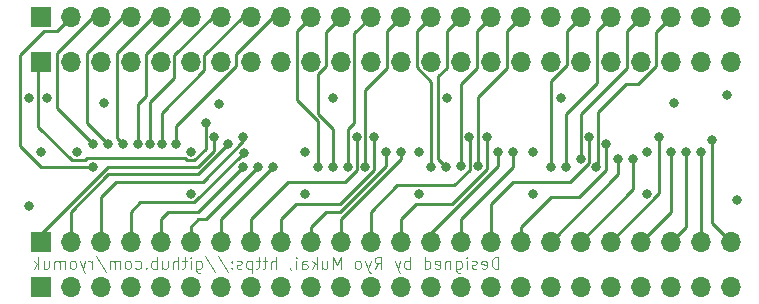
<source format=gbr>
%TF.GenerationSoftware,KiCad,Pcbnew,7.0.2*%
%TF.CreationDate,2023-07-04T13:12:25+09:00*%
%TF.ProjectId,TangNano9K5V,54616e67-4e61-46e6-9f39-4b35562e6b69,rev?*%
%TF.SameCoordinates,Original*%
%TF.FileFunction,Copper,L4,Bot*%
%TF.FilePolarity,Positive*%
%FSLAX46Y46*%
G04 Gerber Fmt 4.6, Leading zero omitted, Abs format (unit mm)*
G04 Created by KiCad (PCBNEW 7.0.2) date 2023-07-04 13:12:25*
%MOMM*%
%LPD*%
G01*
G04 APERTURE LIST*
%ADD10C,0.100000*%
%TA.AperFunction,NonConductor*%
%ADD11C,0.100000*%
%TD*%
%TA.AperFunction,ComponentPad*%
%ADD12R,1.700000X1.700000*%
%TD*%
%TA.AperFunction,ComponentPad*%
%ADD13O,1.700000X1.700000*%
%TD*%
%TA.AperFunction,ViaPad*%
%ADD14C,0.800000*%
%TD*%
%TA.AperFunction,Conductor*%
%ADD15C,0.250000*%
%TD*%
G04 APERTURE END LIST*
D10*
D11*
X41290904Y-23880619D02*
X41290904Y-22880619D01*
X41290904Y-22880619D02*
X41052809Y-22880619D01*
X41052809Y-22880619D02*
X40909952Y-22928238D01*
X40909952Y-22928238D02*
X40814714Y-23023476D01*
X40814714Y-23023476D02*
X40767095Y-23118714D01*
X40767095Y-23118714D02*
X40719476Y-23309190D01*
X40719476Y-23309190D02*
X40719476Y-23452047D01*
X40719476Y-23452047D02*
X40767095Y-23642523D01*
X40767095Y-23642523D02*
X40814714Y-23737761D01*
X40814714Y-23737761D02*
X40909952Y-23833000D01*
X40909952Y-23833000D02*
X41052809Y-23880619D01*
X41052809Y-23880619D02*
X41290904Y-23880619D01*
X39909952Y-23833000D02*
X40005190Y-23880619D01*
X40005190Y-23880619D02*
X40195666Y-23880619D01*
X40195666Y-23880619D02*
X40290904Y-23833000D01*
X40290904Y-23833000D02*
X40338523Y-23737761D01*
X40338523Y-23737761D02*
X40338523Y-23356809D01*
X40338523Y-23356809D02*
X40290904Y-23261571D01*
X40290904Y-23261571D02*
X40195666Y-23213952D01*
X40195666Y-23213952D02*
X40005190Y-23213952D01*
X40005190Y-23213952D02*
X39909952Y-23261571D01*
X39909952Y-23261571D02*
X39862333Y-23356809D01*
X39862333Y-23356809D02*
X39862333Y-23452047D01*
X39862333Y-23452047D02*
X40338523Y-23547285D01*
X39481380Y-23833000D02*
X39386142Y-23880619D01*
X39386142Y-23880619D02*
X39195666Y-23880619D01*
X39195666Y-23880619D02*
X39100428Y-23833000D01*
X39100428Y-23833000D02*
X39052809Y-23737761D01*
X39052809Y-23737761D02*
X39052809Y-23690142D01*
X39052809Y-23690142D02*
X39100428Y-23594904D01*
X39100428Y-23594904D02*
X39195666Y-23547285D01*
X39195666Y-23547285D02*
X39338523Y-23547285D01*
X39338523Y-23547285D02*
X39433761Y-23499666D01*
X39433761Y-23499666D02*
X39481380Y-23404428D01*
X39481380Y-23404428D02*
X39481380Y-23356809D01*
X39481380Y-23356809D02*
X39433761Y-23261571D01*
X39433761Y-23261571D02*
X39338523Y-23213952D01*
X39338523Y-23213952D02*
X39195666Y-23213952D01*
X39195666Y-23213952D02*
X39100428Y-23261571D01*
X38624237Y-23880619D02*
X38624237Y-23213952D01*
X38624237Y-22880619D02*
X38671856Y-22928238D01*
X38671856Y-22928238D02*
X38624237Y-22975857D01*
X38624237Y-22975857D02*
X38576618Y-22928238D01*
X38576618Y-22928238D02*
X38624237Y-22880619D01*
X38624237Y-22880619D02*
X38624237Y-22975857D01*
X37719476Y-23213952D02*
X37719476Y-24023476D01*
X37719476Y-24023476D02*
X37767095Y-24118714D01*
X37767095Y-24118714D02*
X37814714Y-24166333D01*
X37814714Y-24166333D02*
X37909952Y-24213952D01*
X37909952Y-24213952D02*
X38052809Y-24213952D01*
X38052809Y-24213952D02*
X38148047Y-24166333D01*
X37719476Y-23833000D02*
X37814714Y-23880619D01*
X37814714Y-23880619D02*
X38005190Y-23880619D01*
X38005190Y-23880619D02*
X38100428Y-23833000D01*
X38100428Y-23833000D02*
X38148047Y-23785380D01*
X38148047Y-23785380D02*
X38195666Y-23690142D01*
X38195666Y-23690142D02*
X38195666Y-23404428D01*
X38195666Y-23404428D02*
X38148047Y-23309190D01*
X38148047Y-23309190D02*
X38100428Y-23261571D01*
X38100428Y-23261571D02*
X38005190Y-23213952D01*
X38005190Y-23213952D02*
X37814714Y-23213952D01*
X37814714Y-23213952D02*
X37719476Y-23261571D01*
X37243285Y-23213952D02*
X37243285Y-23880619D01*
X37243285Y-23309190D02*
X37195666Y-23261571D01*
X37195666Y-23261571D02*
X37100428Y-23213952D01*
X37100428Y-23213952D02*
X36957571Y-23213952D01*
X36957571Y-23213952D02*
X36862333Y-23261571D01*
X36862333Y-23261571D02*
X36814714Y-23356809D01*
X36814714Y-23356809D02*
X36814714Y-23880619D01*
X35957571Y-23833000D02*
X36052809Y-23880619D01*
X36052809Y-23880619D02*
X36243285Y-23880619D01*
X36243285Y-23880619D02*
X36338523Y-23833000D01*
X36338523Y-23833000D02*
X36386142Y-23737761D01*
X36386142Y-23737761D02*
X36386142Y-23356809D01*
X36386142Y-23356809D02*
X36338523Y-23261571D01*
X36338523Y-23261571D02*
X36243285Y-23213952D01*
X36243285Y-23213952D02*
X36052809Y-23213952D01*
X36052809Y-23213952D02*
X35957571Y-23261571D01*
X35957571Y-23261571D02*
X35909952Y-23356809D01*
X35909952Y-23356809D02*
X35909952Y-23452047D01*
X35909952Y-23452047D02*
X36386142Y-23547285D01*
X35052809Y-23880619D02*
X35052809Y-22880619D01*
X35052809Y-23833000D02*
X35148047Y-23880619D01*
X35148047Y-23880619D02*
X35338523Y-23880619D01*
X35338523Y-23880619D02*
X35433761Y-23833000D01*
X35433761Y-23833000D02*
X35481380Y-23785380D01*
X35481380Y-23785380D02*
X35528999Y-23690142D01*
X35528999Y-23690142D02*
X35528999Y-23404428D01*
X35528999Y-23404428D02*
X35481380Y-23309190D01*
X35481380Y-23309190D02*
X35433761Y-23261571D01*
X35433761Y-23261571D02*
X35338523Y-23213952D01*
X35338523Y-23213952D02*
X35148047Y-23213952D01*
X35148047Y-23213952D02*
X35052809Y-23261571D01*
X33814713Y-23880619D02*
X33814713Y-22880619D01*
X33814713Y-23261571D02*
X33719475Y-23213952D01*
X33719475Y-23213952D02*
X33528999Y-23213952D01*
X33528999Y-23213952D02*
X33433761Y-23261571D01*
X33433761Y-23261571D02*
X33386142Y-23309190D01*
X33386142Y-23309190D02*
X33338523Y-23404428D01*
X33338523Y-23404428D02*
X33338523Y-23690142D01*
X33338523Y-23690142D02*
X33386142Y-23785380D01*
X33386142Y-23785380D02*
X33433761Y-23833000D01*
X33433761Y-23833000D02*
X33528999Y-23880619D01*
X33528999Y-23880619D02*
X33719475Y-23880619D01*
X33719475Y-23880619D02*
X33814713Y-23833000D01*
X33005189Y-23213952D02*
X32767094Y-23880619D01*
X32528999Y-23213952D02*
X32767094Y-23880619D01*
X32767094Y-23880619D02*
X32862332Y-24118714D01*
X32862332Y-24118714D02*
X32909951Y-24166333D01*
X32909951Y-24166333D02*
X33005189Y-24213952D01*
X30814713Y-23880619D02*
X31148046Y-23404428D01*
X31386141Y-23880619D02*
X31386141Y-22880619D01*
X31386141Y-22880619D02*
X31005189Y-22880619D01*
X31005189Y-22880619D02*
X30909951Y-22928238D01*
X30909951Y-22928238D02*
X30862332Y-22975857D01*
X30862332Y-22975857D02*
X30814713Y-23071095D01*
X30814713Y-23071095D02*
X30814713Y-23213952D01*
X30814713Y-23213952D02*
X30862332Y-23309190D01*
X30862332Y-23309190D02*
X30909951Y-23356809D01*
X30909951Y-23356809D02*
X31005189Y-23404428D01*
X31005189Y-23404428D02*
X31386141Y-23404428D01*
X30481379Y-23213952D02*
X30243284Y-23880619D01*
X30005189Y-23213952D02*
X30243284Y-23880619D01*
X30243284Y-23880619D02*
X30338522Y-24118714D01*
X30338522Y-24118714D02*
X30386141Y-24166333D01*
X30386141Y-24166333D02*
X30481379Y-24213952D01*
X29481379Y-23880619D02*
X29576617Y-23833000D01*
X29576617Y-23833000D02*
X29624236Y-23785380D01*
X29624236Y-23785380D02*
X29671855Y-23690142D01*
X29671855Y-23690142D02*
X29671855Y-23404428D01*
X29671855Y-23404428D02*
X29624236Y-23309190D01*
X29624236Y-23309190D02*
X29576617Y-23261571D01*
X29576617Y-23261571D02*
X29481379Y-23213952D01*
X29481379Y-23213952D02*
X29338522Y-23213952D01*
X29338522Y-23213952D02*
X29243284Y-23261571D01*
X29243284Y-23261571D02*
X29195665Y-23309190D01*
X29195665Y-23309190D02*
X29148046Y-23404428D01*
X29148046Y-23404428D02*
X29148046Y-23690142D01*
X29148046Y-23690142D02*
X29195665Y-23785380D01*
X29195665Y-23785380D02*
X29243284Y-23833000D01*
X29243284Y-23833000D02*
X29338522Y-23880619D01*
X29338522Y-23880619D02*
X29481379Y-23880619D01*
X27957569Y-23880619D02*
X27957569Y-22880619D01*
X27957569Y-22880619D02*
X27624236Y-23594904D01*
X27624236Y-23594904D02*
X27290903Y-22880619D01*
X27290903Y-22880619D02*
X27290903Y-23880619D01*
X26386141Y-23213952D02*
X26386141Y-23880619D01*
X26814712Y-23213952D02*
X26814712Y-23737761D01*
X26814712Y-23737761D02*
X26767093Y-23833000D01*
X26767093Y-23833000D02*
X26671855Y-23880619D01*
X26671855Y-23880619D02*
X26528998Y-23880619D01*
X26528998Y-23880619D02*
X26433760Y-23833000D01*
X26433760Y-23833000D02*
X26386141Y-23785380D01*
X25909950Y-23880619D02*
X25909950Y-22880619D01*
X25814712Y-23499666D02*
X25528998Y-23880619D01*
X25528998Y-23213952D02*
X25909950Y-23594904D01*
X24671855Y-23880619D02*
X24671855Y-23356809D01*
X24671855Y-23356809D02*
X24719474Y-23261571D01*
X24719474Y-23261571D02*
X24814712Y-23213952D01*
X24814712Y-23213952D02*
X25005188Y-23213952D01*
X25005188Y-23213952D02*
X25100426Y-23261571D01*
X24671855Y-23833000D02*
X24767093Y-23880619D01*
X24767093Y-23880619D02*
X25005188Y-23880619D01*
X25005188Y-23880619D02*
X25100426Y-23833000D01*
X25100426Y-23833000D02*
X25148045Y-23737761D01*
X25148045Y-23737761D02*
X25148045Y-23642523D01*
X25148045Y-23642523D02*
X25100426Y-23547285D01*
X25100426Y-23547285D02*
X25005188Y-23499666D01*
X25005188Y-23499666D02*
X24767093Y-23499666D01*
X24767093Y-23499666D02*
X24671855Y-23452047D01*
X24195664Y-23880619D02*
X24195664Y-23213952D01*
X24195664Y-22880619D02*
X24243283Y-22928238D01*
X24243283Y-22928238D02*
X24195664Y-22975857D01*
X24195664Y-22975857D02*
X24148045Y-22928238D01*
X24148045Y-22928238D02*
X24195664Y-22880619D01*
X24195664Y-22880619D02*
X24195664Y-22975857D01*
X23671855Y-23833000D02*
X23671855Y-23880619D01*
X23671855Y-23880619D02*
X23719474Y-23975857D01*
X23719474Y-23975857D02*
X23767093Y-24023476D01*
X22481379Y-23880619D02*
X22481379Y-22880619D01*
X22052808Y-23880619D02*
X22052808Y-23356809D01*
X22052808Y-23356809D02*
X22100427Y-23261571D01*
X22100427Y-23261571D02*
X22195665Y-23213952D01*
X22195665Y-23213952D02*
X22338522Y-23213952D01*
X22338522Y-23213952D02*
X22433760Y-23261571D01*
X22433760Y-23261571D02*
X22481379Y-23309190D01*
X21719474Y-23213952D02*
X21338522Y-23213952D01*
X21576617Y-22880619D02*
X21576617Y-23737761D01*
X21576617Y-23737761D02*
X21528998Y-23833000D01*
X21528998Y-23833000D02*
X21433760Y-23880619D01*
X21433760Y-23880619D02*
X21338522Y-23880619D01*
X21148045Y-23213952D02*
X20767093Y-23213952D01*
X21005188Y-22880619D02*
X21005188Y-23737761D01*
X21005188Y-23737761D02*
X20957569Y-23833000D01*
X20957569Y-23833000D02*
X20862331Y-23880619D01*
X20862331Y-23880619D02*
X20767093Y-23880619D01*
X20433759Y-23213952D02*
X20433759Y-24213952D01*
X20433759Y-23261571D02*
X20338521Y-23213952D01*
X20338521Y-23213952D02*
X20148045Y-23213952D01*
X20148045Y-23213952D02*
X20052807Y-23261571D01*
X20052807Y-23261571D02*
X20005188Y-23309190D01*
X20005188Y-23309190D02*
X19957569Y-23404428D01*
X19957569Y-23404428D02*
X19957569Y-23690142D01*
X19957569Y-23690142D02*
X20005188Y-23785380D01*
X20005188Y-23785380D02*
X20052807Y-23833000D01*
X20052807Y-23833000D02*
X20148045Y-23880619D01*
X20148045Y-23880619D02*
X20338521Y-23880619D01*
X20338521Y-23880619D02*
X20433759Y-23833000D01*
X19576616Y-23833000D02*
X19481378Y-23880619D01*
X19481378Y-23880619D02*
X19290902Y-23880619D01*
X19290902Y-23880619D02*
X19195664Y-23833000D01*
X19195664Y-23833000D02*
X19148045Y-23737761D01*
X19148045Y-23737761D02*
X19148045Y-23690142D01*
X19148045Y-23690142D02*
X19195664Y-23594904D01*
X19195664Y-23594904D02*
X19290902Y-23547285D01*
X19290902Y-23547285D02*
X19433759Y-23547285D01*
X19433759Y-23547285D02*
X19528997Y-23499666D01*
X19528997Y-23499666D02*
X19576616Y-23404428D01*
X19576616Y-23404428D02*
X19576616Y-23356809D01*
X19576616Y-23356809D02*
X19528997Y-23261571D01*
X19528997Y-23261571D02*
X19433759Y-23213952D01*
X19433759Y-23213952D02*
X19290902Y-23213952D01*
X19290902Y-23213952D02*
X19195664Y-23261571D01*
X18719473Y-23785380D02*
X18671854Y-23833000D01*
X18671854Y-23833000D02*
X18719473Y-23880619D01*
X18719473Y-23880619D02*
X18767092Y-23833000D01*
X18767092Y-23833000D02*
X18719473Y-23785380D01*
X18719473Y-23785380D02*
X18719473Y-23880619D01*
X18719473Y-23261571D02*
X18671854Y-23309190D01*
X18671854Y-23309190D02*
X18719473Y-23356809D01*
X18719473Y-23356809D02*
X18767092Y-23309190D01*
X18767092Y-23309190D02*
X18719473Y-23261571D01*
X18719473Y-23261571D02*
X18719473Y-23356809D01*
X17528998Y-22833000D02*
X18386140Y-24118714D01*
X16481379Y-22833000D02*
X17338521Y-24118714D01*
X15719474Y-23213952D02*
X15719474Y-24023476D01*
X15719474Y-24023476D02*
X15767093Y-24118714D01*
X15767093Y-24118714D02*
X15814712Y-24166333D01*
X15814712Y-24166333D02*
X15909950Y-24213952D01*
X15909950Y-24213952D02*
X16052807Y-24213952D01*
X16052807Y-24213952D02*
X16148045Y-24166333D01*
X15719474Y-23833000D02*
X15814712Y-23880619D01*
X15814712Y-23880619D02*
X16005188Y-23880619D01*
X16005188Y-23880619D02*
X16100426Y-23833000D01*
X16100426Y-23833000D02*
X16148045Y-23785380D01*
X16148045Y-23785380D02*
X16195664Y-23690142D01*
X16195664Y-23690142D02*
X16195664Y-23404428D01*
X16195664Y-23404428D02*
X16148045Y-23309190D01*
X16148045Y-23309190D02*
X16100426Y-23261571D01*
X16100426Y-23261571D02*
X16005188Y-23213952D01*
X16005188Y-23213952D02*
X15814712Y-23213952D01*
X15814712Y-23213952D02*
X15719474Y-23261571D01*
X15243283Y-23880619D02*
X15243283Y-23213952D01*
X15243283Y-22880619D02*
X15290902Y-22928238D01*
X15290902Y-22928238D02*
X15243283Y-22975857D01*
X15243283Y-22975857D02*
X15195664Y-22928238D01*
X15195664Y-22928238D02*
X15243283Y-22880619D01*
X15243283Y-22880619D02*
X15243283Y-22975857D01*
X14909950Y-23213952D02*
X14528998Y-23213952D01*
X14767093Y-22880619D02*
X14767093Y-23737761D01*
X14767093Y-23737761D02*
X14719474Y-23833000D01*
X14719474Y-23833000D02*
X14624236Y-23880619D01*
X14624236Y-23880619D02*
X14528998Y-23880619D01*
X14195664Y-23880619D02*
X14195664Y-22880619D01*
X13767093Y-23880619D02*
X13767093Y-23356809D01*
X13767093Y-23356809D02*
X13814712Y-23261571D01*
X13814712Y-23261571D02*
X13909950Y-23213952D01*
X13909950Y-23213952D02*
X14052807Y-23213952D01*
X14052807Y-23213952D02*
X14148045Y-23261571D01*
X14148045Y-23261571D02*
X14195664Y-23309190D01*
X12862331Y-23213952D02*
X12862331Y-23880619D01*
X13290902Y-23213952D02*
X13290902Y-23737761D01*
X13290902Y-23737761D02*
X13243283Y-23833000D01*
X13243283Y-23833000D02*
X13148045Y-23880619D01*
X13148045Y-23880619D02*
X13005188Y-23880619D01*
X13005188Y-23880619D02*
X12909950Y-23833000D01*
X12909950Y-23833000D02*
X12862331Y-23785380D01*
X12386140Y-23880619D02*
X12386140Y-22880619D01*
X12386140Y-23261571D02*
X12290902Y-23213952D01*
X12290902Y-23213952D02*
X12100426Y-23213952D01*
X12100426Y-23213952D02*
X12005188Y-23261571D01*
X12005188Y-23261571D02*
X11957569Y-23309190D01*
X11957569Y-23309190D02*
X11909950Y-23404428D01*
X11909950Y-23404428D02*
X11909950Y-23690142D01*
X11909950Y-23690142D02*
X11957569Y-23785380D01*
X11957569Y-23785380D02*
X12005188Y-23833000D01*
X12005188Y-23833000D02*
X12100426Y-23880619D01*
X12100426Y-23880619D02*
X12290902Y-23880619D01*
X12290902Y-23880619D02*
X12386140Y-23833000D01*
X11481378Y-23785380D02*
X11433759Y-23833000D01*
X11433759Y-23833000D02*
X11481378Y-23880619D01*
X11481378Y-23880619D02*
X11528997Y-23833000D01*
X11528997Y-23833000D02*
X11481378Y-23785380D01*
X11481378Y-23785380D02*
X11481378Y-23880619D01*
X10576617Y-23833000D02*
X10671855Y-23880619D01*
X10671855Y-23880619D02*
X10862331Y-23880619D01*
X10862331Y-23880619D02*
X10957569Y-23833000D01*
X10957569Y-23833000D02*
X11005188Y-23785380D01*
X11005188Y-23785380D02*
X11052807Y-23690142D01*
X11052807Y-23690142D02*
X11052807Y-23404428D01*
X11052807Y-23404428D02*
X11005188Y-23309190D01*
X11005188Y-23309190D02*
X10957569Y-23261571D01*
X10957569Y-23261571D02*
X10862331Y-23213952D01*
X10862331Y-23213952D02*
X10671855Y-23213952D01*
X10671855Y-23213952D02*
X10576617Y-23261571D01*
X10005188Y-23880619D02*
X10100426Y-23833000D01*
X10100426Y-23833000D02*
X10148045Y-23785380D01*
X10148045Y-23785380D02*
X10195664Y-23690142D01*
X10195664Y-23690142D02*
X10195664Y-23404428D01*
X10195664Y-23404428D02*
X10148045Y-23309190D01*
X10148045Y-23309190D02*
X10100426Y-23261571D01*
X10100426Y-23261571D02*
X10005188Y-23213952D01*
X10005188Y-23213952D02*
X9862331Y-23213952D01*
X9862331Y-23213952D02*
X9767093Y-23261571D01*
X9767093Y-23261571D02*
X9719474Y-23309190D01*
X9719474Y-23309190D02*
X9671855Y-23404428D01*
X9671855Y-23404428D02*
X9671855Y-23690142D01*
X9671855Y-23690142D02*
X9719474Y-23785380D01*
X9719474Y-23785380D02*
X9767093Y-23833000D01*
X9767093Y-23833000D02*
X9862331Y-23880619D01*
X9862331Y-23880619D02*
X10005188Y-23880619D01*
X9243283Y-23880619D02*
X9243283Y-23213952D01*
X9243283Y-23309190D02*
X9195664Y-23261571D01*
X9195664Y-23261571D02*
X9100426Y-23213952D01*
X9100426Y-23213952D02*
X8957569Y-23213952D01*
X8957569Y-23213952D02*
X8862331Y-23261571D01*
X8862331Y-23261571D02*
X8814712Y-23356809D01*
X8814712Y-23356809D02*
X8814712Y-23880619D01*
X8814712Y-23356809D02*
X8767093Y-23261571D01*
X8767093Y-23261571D02*
X8671855Y-23213952D01*
X8671855Y-23213952D02*
X8528998Y-23213952D01*
X8528998Y-23213952D02*
X8433759Y-23261571D01*
X8433759Y-23261571D02*
X8386140Y-23356809D01*
X8386140Y-23356809D02*
X8386140Y-23880619D01*
X7195665Y-22833000D02*
X8052807Y-24118714D01*
X6862331Y-23880619D02*
X6862331Y-23213952D01*
X6862331Y-23404428D02*
X6814712Y-23309190D01*
X6814712Y-23309190D02*
X6767093Y-23261571D01*
X6767093Y-23261571D02*
X6671855Y-23213952D01*
X6671855Y-23213952D02*
X6576617Y-23213952D01*
X6338521Y-23213952D02*
X6100426Y-23880619D01*
X5862331Y-23213952D02*
X6100426Y-23880619D01*
X6100426Y-23880619D02*
X6195664Y-24118714D01*
X6195664Y-24118714D02*
X6243283Y-24166333D01*
X6243283Y-24166333D02*
X6338521Y-24213952D01*
X5338521Y-23880619D02*
X5433759Y-23833000D01*
X5433759Y-23833000D02*
X5481378Y-23785380D01*
X5481378Y-23785380D02*
X5528997Y-23690142D01*
X5528997Y-23690142D02*
X5528997Y-23404428D01*
X5528997Y-23404428D02*
X5481378Y-23309190D01*
X5481378Y-23309190D02*
X5433759Y-23261571D01*
X5433759Y-23261571D02*
X5338521Y-23213952D01*
X5338521Y-23213952D02*
X5195664Y-23213952D01*
X5195664Y-23213952D02*
X5100426Y-23261571D01*
X5100426Y-23261571D02*
X5052807Y-23309190D01*
X5052807Y-23309190D02*
X5005188Y-23404428D01*
X5005188Y-23404428D02*
X5005188Y-23690142D01*
X5005188Y-23690142D02*
X5052807Y-23785380D01*
X5052807Y-23785380D02*
X5100426Y-23833000D01*
X5100426Y-23833000D02*
X5195664Y-23880619D01*
X5195664Y-23880619D02*
X5338521Y-23880619D01*
X4576616Y-23880619D02*
X4576616Y-23213952D01*
X4576616Y-23309190D02*
X4528997Y-23261571D01*
X4528997Y-23261571D02*
X4433759Y-23213952D01*
X4433759Y-23213952D02*
X4290902Y-23213952D01*
X4290902Y-23213952D02*
X4195664Y-23261571D01*
X4195664Y-23261571D02*
X4148045Y-23356809D01*
X4148045Y-23356809D02*
X4148045Y-23880619D01*
X4148045Y-23356809D02*
X4100426Y-23261571D01*
X4100426Y-23261571D02*
X4005188Y-23213952D01*
X4005188Y-23213952D02*
X3862331Y-23213952D01*
X3862331Y-23213952D02*
X3767092Y-23261571D01*
X3767092Y-23261571D02*
X3719473Y-23356809D01*
X3719473Y-23356809D02*
X3719473Y-23880619D01*
X2814712Y-23213952D02*
X2814712Y-23880619D01*
X3243283Y-23213952D02*
X3243283Y-23737761D01*
X3243283Y-23737761D02*
X3195664Y-23833000D01*
X3195664Y-23833000D02*
X3100426Y-23880619D01*
X3100426Y-23880619D02*
X2957569Y-23880619D01*
X2957569Y-23880619D02*
X2862331Y-23833000D01*
X2862331Y-23833000D02*
X2814712Y-23785380D01*
X2338521Y-23880619D02*
X2338521Y-22880619D01*
X2243283Y-23499666D02*
X1957569Y-23880619D01*
X1957569Y-23213952D02*
X2338521Y-23594904D01*
D12*
%TO.P,J2,1,Pin_1*%
%TO.N,PIN63*%
X2540000Y-2540000D03*
D13*
%TO.P,J2,2,Pin_2*%
%TO.N,PIN86*%
X5080000Y-2540000D03*
%TO.P,J2,3,Pin_3*%
%TO.N,PIN85*%
X7620000Y-2540000D03*
%TO.P,J2,4,Pin_4*%
%TO.N,PIN84*%
X10160000Y-2540000D03*
%TO.P,J2,5,Pin_5*%
%TO.N,PIN83*%
X12700000Y-2540000D03*
%TO.P,J2,6,Pin_6*%
%TO.N,PIN82*%
X15240000Y-2540000D03*
%TO.P,J2,7,Pin_7*%
%TO.N,PIN81*%
X17780000Y-2540000D03*
%TO.P,J2,8,Pin_8*%
%TO.N,PIN80*%
X20320000Y-2540000D03*
%TO.P,J2,9,Pin_9*%
%TO.N,PIN79*%
X22860000Y-2540000D03*
%TO.P,J2,10,Pin_10*%
%TO.N,PIN77*%
X25400000Y-2540000D03*
%TO.P,J2,11,Pin_11*%
%TO.N,PIN76*%
X27940000Y-2540000D03*
%TO.P,J2,12,Pin_12*%
%TO.N,PIN75*%
X30480000Y-2540000D03*
%TO.P,J2,13,Pin_13*%
%TO.N,PIN74*%
X33020000Y-2540000D03*
%TO.P,J2,14,Pin_14*%
%TO.N,PIN73*%
X35560000Y-2540000D03*
%TO.P,J2,15,Pin_15*%
%TO.N,PIN72*%
X38100000Y-2540000D03*
%TO.P,J2,16,Pin_16*%
%TO.N,PIN71*%
X40640000Y-2540000D03*
%TO.P,J2,17,Pin_17*%
%TO.N,PIN70*%
X43180000Y-2540000D03*
%TO.P,J2,18,Pin_18*%
%TO.N,+5V*%
X45720000Y-2540000D03*
%TO.P,J2,19,Pin_19*%
%TO.N,PIN48*%
X48260000Y-2540000D03*
%TO.P,J2,20,Pin_20*%
%TO.N,PIN49*%
X50800000Y-2540000D03*
%TO.P,J2,21,Pin_21*%
%TO.N,PIN31*%
X53340000Y-2540000D03*
%TO.P,J2,22,Pin_22*%
%TO.N,PIN32*%
X55880000Y-2540000D03*
%TO.P,J2,23,Pin_23*%
%TO.N,GND*%
X58420000Y-2540000D03*
%TO.P,J2,24,Pin_24*%
%TO.N,+3.3V*%
X60960000Y-2540000D03*
%TD*%
D12*
%TO.P,J1,1,Pin_1*%
%TO.N,PIN38*%
X2540000Y-25400000D03*
D13*
%TO.P,J1,2,Pin_2*%
%TO.N,PIN37*%
X5080000Y-25400000D03*
%TO.P,J1,3,Pin_3*%
%TO.N,PIN36*%
X7620000Y-25400000D03*
%TO.P,J1,4,Pin_4*%
%TO.N,PIN39*%
X10160000Y-25400000D03*
%TO.P,J1,5,Pin_5*%
%TO.N,PIN25*%
X12700000Y-25400000D03*
%TO.P,J1,6,Pin_6*%
%TO.N,PIN26*%
X15240000Y-25400000D03*
%TO.P,J1,7,Pin_7*%
%TO.N,PIN27*%
X17780000Y-25400000D03*
%TO.P,J1,8,Pin_8*%
%TO.N,PIN28*%
X20320000Y-25400000D03*
%TO.P,J1,9,Pin_9*%
%TO.N,PIN29*%
X22860000Y-25400000D03*
%TO.P,J1,10,Pin_10*%
%TO.N,PIN30*%
X25400000Y-25400000D03*
%TO.P,J1,11,Pin_11*%
%TO.N,PIN33*%
X27940000Y-25400000D03*
%TO.P,J1,12,Pin_12*%
%TO.N,PIN34*%
X30480000Y-25400000D03*
%TO.P,J1,13,Pin_13*%
%TO.N,PIN40*%
X33020000Y-25400000D03*
%TO.P,J1,14,Pin_14*%
%TO.N,PIN35*%
X35560000Y-25400000D03*
%TO.P,J1,15,Pin_15*%
%TO.N,PIN41*%
X38100000Y-25400000D03*
%TO.P,J1,16,Pin_16*%
%TO.N,PIN42*%
X40640000Y-25400000D03*
%TO.P,J1,17,Pin_17*%
%TO.N,PIN51*%
X43180000Y-25400000D03*
%TO.P,J1,18,Pin_18*%
%TO.N,PIN53*%
X45720000Y-25400000D03*
%TO.P,J1,19,Pin_19*%
%TO.N,PIN54*%
X48260000Y-25400000D03*
%TO.P,J1,20,Pin_20*%
%TO.N,PIN55*%
X50800000Y-25400000D03*
%TO.P,J1,21,Pin_21*%
%TO.N,PIN56*%
X53340000Y-25400000D03*
%TO.P,J1,22,Pin_22*%
%TO.N,PIN57*%
X55880000Y-25400000D03*
%TO.P,J1,23,Pin_23*%
%TO.N,PIN68*%
X58420000Y-25400000D03*
%TO.P,J1,24,Pin_24*%
%TO.N,PIN69*%
X60960000Y-25400000D03*
%TD*%
D12*
%TO.P,J4,1,Pin_1*%
%TO.N,PIN63_H*%
X2540000Y-6350000D03*
D13*
%TO.P,J4,2,Pin_2*%
%TO.N,PIN86_H*%
X5080000Y-6350000D03*
%TO.P,J4,3,Pin_3*%
%TO.N,PIN85_H*%
X7620000Y-6350000D03*
%TO.P,J4,4,Pin_4*%
%TO.N,PIN84_H*%
X10160000Y-6350000D03*
%TO.P,J4,5,Pin_5*%
%TO.N,PIN83_H*%
X12700000Y-6350000D03*
%TO.P,J4,6,Pin_6*%
%TO.N,PIN82_H*%
X15240000Y-6350000D03*
%TO.P,J4,7,Pin_7*%
%TO.N,PIN81_H*%
X17780000Y-6350000D03*
%TO.P,J4,8,Pin_8*%
%TO.N,PIN80_H*%
X20320000Y-6350000D03*
%TO.P,J4,9,Pin_9*%
%TO.N,PIN79_H*%
X22860000Y-6350000D03*
%TO.P,J4,10,Pin_10*%
%TO.N,PIN77_H*%
X25400000Y-6350000D03*
%TO.P,J4,11,Pin_11*%
%TO.N,PIN76_H*%
X27940000Y-6350000D03*
%TO.P,J4,12,Pin_12*%
%TO.N,PIN75_H*%
X30480000Y-6350000D03*
%TO.P,J4,13,Pin_13*%
%TO.N,PIN74_H*%
X33020000Y-6350000D03*
%TO.P,J4,14,Pin_14*%
%TO.N,PIN73_H*%
X35560000Y-6350000D03*
%TO.P,J4,15,Pin_15*%
%TO.N,PIN72_H*%
X38100000Y-6350000D03*
%TO.P,J4,16,Pin_16*%
%TO.N,PIN71_H*%
X40640000Y-6350000D03*
%TO.P,J4,17,Pin_17*%
%TO.N,PIN70_H*%
X43180000Y-6350000D03*
%TO.P,J4,18,Pin_18*%
%TO.N,+5V*%
X45720000Y-6350000D03*
%TO.P,J4,19,Pin_19*%
%TO.N,PIN48_H*%
X48260000Y-6350000D03*
%TO.P,J4,20,Pin_20*%
%TO.N,PIN49_H*%
X50800000Y-6350000D03*
%TO.P,J4,21,Pin_21*%
%TO.N,PIN31_H*%
X53340000Y-6350000D03*
%TO.P,J4,22,Pin_22*%
%TO.N,PIN32_H*%
X55880000Y-6350000D03*
%TO.P,J4,23,Pin_23*%
%TO.N,GND*%
X58420000Y-6350000D03*
%TO.P,J4,24,Pin_24*%
%TO.N,+3.3V*%
X60960000Y-6350000D03*
%TD*%
D12*
%TO.P,J3,1,Pin_1*%
%TO.N,PIN38_H*%
X2540000Y-21590000D03*
D13*
%TO.P,J3,2,Pin_2*%
%TO.N,PIN37_H*%
X5080000Y-21590000D03*
%TO.P,J3,3,Pin_3*%
%TO.N,PIN36_H*%
X7620000Y-21590000D03*
%TO.P,J3,4,Pin_4*%
%TO.N,PIN39_H*%
X10160000Y-21590000D03*
%TO.P,J3,5,Pin_5*%
%TO.N,PIN25_H*%
X12700000Y-21590000D03*
%TO.P,J3,6,Pin_6*%
%TO.N,PIN26_H*%
X15240000Y-21590000D03*
%TO.P,J3,7,Pin_7*%
%TO.N,PIN27_H*%
X17780000Y-21590000D03*
%TO.P,J3,8,Pin_8*%
%TO.N,PIN28_H*%
X20320000Y-21590000D03*
%TO.P,J3,9,Pin_9*%
%TO.N,PIN29_H*%
X22860000Y-21590000D03*
%TO.P,J3,10,Pin_10*%
%TO.N,PIN30_H*%
X25400000Y-21590000D03*
%TO.P,J3,11,Pin_11*%
%TO.N,PIN33_H*%
X27940000Y-21590000D03*
%TO.P,J3,12,Pin_12*%
%TO.N,PIN34_H*%
X30480000Y-21590000D03*
%TO.P,J3,13,Pin_13*%
%TO.N,PIN40_H*%
X33020000Y-21590000D03*
%TO.P,J3,14,Pin_14*%
%TO.N,PIN35_H*%
X35560000Y-21590000D03*
%TO.P,J3,15,Pin_15*%
%TO.N,PIN41_H*%
X38100000Y-21590000D03*
%TO.P,J3,16,Pin_16*%
%TO.N,PIN42_H*%
X40640000Y-21590000D03*
%TO.P,J3,17,Pin_17*%
%TO.N,PIN51_H*%
X43180000Y-21590000D03*
%TO.P,J3,18,Pin_18*%
%TO.N,PIN53_H*%
X45720000Y-21590000D03*
%TO.P,J3,19,Pin_19*%
%TO.N,PIN54_H*%
X48260000Y-21590000D03*
%TO.P,J3,20,Pin_20*%
%TO.N,PIN55_H*%
X50800000Y-21590000D03*
%TO.P,J3,21,Pin_21*%
%TO.N,PIN56_H*%
X53340000Y-21590000D03*
%TO.P,J3,22,Pin_22*%
%TO.N,PIN57_H*%
X55880000Y-21590000D03*
%TO.P,J3,23,Pin_23*%
%TO.N,PIN68_H*%
X58420000Y-21590000D03*
%TO.P,J3,24,Pin_24*%
%TO.N,PIN69_H*%
X60960000Y-21590000D03*
%TD*%
D14*
%TO.N,GND*%
X60630500Y-9144000D03*
%TO.N,+3.3V*%
X61468000Y-18034000D03*
%TO.N,PIN69_H*%
X59360500Y-12954000D03*
%TO.N,PIN68_H*%
X58420000Y-13970000D03*
%TO.N,PIN57_H*%
X57150000Y-13970000D03*
%TO.N,PIN56_H*%
X55880000Y-13970000D03*
%TO.N,PIN55_H*%
X54922500Y-12700000D03*
%TO.N,PIN54_H*%
X52705000Y-14605000D03*
%TO.N,PIN53_H*%
X51435000Y-14605000D03*
%TO.N,PIN51_H*%
X50434000Y-13335000D03*
%TO.N,PIN32*%
X49602283Y-15284283D03*
%TO.N,PIN42_H*%
X48984500Y-12700000D03*
%TO.N,PIN31*%
X48260000Y-14605000D03*
%TO.N,PIN49*%
X46990000Y-15240000D03*
%TO.N,PIN48*%
X45720000Y-15240000D03*
%TO.N,PIN41_H*%
X42545000Y-13970000D03*
%TO.N,PIN35_H*%
X41275000Y-13970000D03*
%TO.N,PIN40_H*%
X40315883Y-12700000D03*
%TO.N,PIN70*%
X39591383Y-15167364D03*
%TO.N,PIN34_H*%
X38824500Y-12700000D03*
%TO.N,PIN71*%
X38141883Y-15204070D03*
%TO.N,PIN72*%
X36830000Y-15240000D03*
%TO.N,PIN73*%
X35618500Y-15240000D03*
%TO.N,PIN33_H*%
X33020000Y-13970000D03*
%TO.N,PIN30_H*%
X31750000Y-13970000D03*
%TO.N,PIN29_H*%
X30748500Y-12700000D03*
%TO.N,PIN74*%
X30024000Y-15240000D03*
%TO.N,PIN28_H*%
X29299500Y-12700000D03*
%TO.N,PIN75*%
X28575000Y-15240000D03*
%TO.N,PIN76*%
X27305000Y-15240000D03*
%TO.N,PIN77*%
X26035000Y-15240000D03*
%TO.N,PIN27_H*%
X22225000Y-15240000D03*
%TO.N,PIN26_H*%
X20955000Y-15240000D03*
%TO.N,PIN25_H*%
X19685000Y-15240000D03*
%TO.N,PIN79*%
X13970000Y-13335000D03*
%TO.N,PIN80*%
X12794006Y-13335000D03*
%TO.N,PIN81*%
X11794503Y-13335000D03*
%TO.N,PIN82*%
X10795000Y-13335000D03*
%TO.N,PIN83*%
X9525000Y-13335000D03*
%TO.N,PIN84*%
X8255000Y-13335000D03*
%TO.N,PIN39_H*%
X19757451Y-14042452D03*
%TO.N,PIN36_H*%
X19685000Y-12700000D03*
%TO.N,PIN37_H*%
X18415000Y-13335000D03*
%TO.N,PIN38_H*%
X17234500Y-12700000D03*
%TO.N,PIN85*%
X6985000Y-13335000D03*
%TO.N,PIN63_H*%
X16510000Y-11517137D03*
%TO.N,PIN86*%
X6985000Y-15240000D03*
%TO.N,+3.3V*%
X3048000Y-9398000D03*
X2540000Y-13970000D03*
X15240000Y-17526000D03*
X24892000Y-17526000D03*
X34544000Y-17526000D03*
X44196000Y-17526000D03*
X53848000Y-17526000D03*
%TO.N,GND*%
X53848000Y-13970000D03*
X44196000Y-13970000D03*
X34544000Y-13970000D03*
X24892000Y-13970000D03*
X15240000Y-13970000D03*
X5588000Y-13970000D03*
%TO.N,+5V*%
X56185655Y-9851362D03*
X46594002Y-9398000D03*
X36942002Y-9398000D03*
X27290002Y-9398000D03*
X17638003Y-9917638D03*
X7925655Y-9851362D03*
%TO.N,GND*%
X1524000Y-9398000D03*
X1524000Y-18542000D03*
%TD*%
D15*
%TO.N,PIN69_H*%
X59360500Y-19990500D02*
X60960000Y-21590000D01*
X59360500Y-12954000D02*
X59360500Y-19990500D01*
%TO.N,PIN68_H*%
X58420000Y-13970000D02*
X58420000Y-21590000D01*
%TO.N,PIN57_H*%
X57150000Y-20320000D02*
X55880000Y-21590000D01*
X57150000Y-13970000D02*
X57150000Y-20320000D01*
%TO.N,PIN56_H*%
X55880000Y-19050000D02*
X53340000Y-21590000D01*
X55880000Y-13970000D02*
X55880000Y-19050000D01*
%TO.N,PIN55_H*%
X54922500Y-17476805D02*
X54922500Y-12700000D01*
X50809305Y-21590000D02*
X54922500Y-17476805D01*
X50800000Y-21590000D02*
X50809305Y-21590000D01*
%TO.N,PIN54_H*%
X52705000Y-17145000D02*
X48260000Y-21590000D01*
X52705000Y-14605000D02*
X52705000Y-17145000D01*
%TO.N,PIN53_H*%
X51435000Y-15875000D02*
X45720000Y-21590000D01*
X51435000Y-14605000D02*
X51435000Y-15875000D01*
%TO.N,PIN51_H*%
X43180000Y-20320000D02*
X43180000Y-21590000D01*
X45720000Y-17780000D02*
X43180000Y-20320000D01*
X48131871Y-17780000D02*
X45720000Y-17780000D01*
X50434000Y-15477871D02*
X48131871Y-17780000D01*
X50434000Y-13335000D02*
X50434000Y-15477871D01*
%TO.N,PIN32*%
X54610000Y-6741701D02*
X54610000Y-3810000D01*
X53096701Y-8255000D02*
X54610000Y-6741701D01*
X52070000Y-8255000D02*
X53096701Y-8255000D01*
X49709500Y-10615500D02*
X52070000Y-8255000D01*
X49709500Y-15177066D02*
X49709500Y-10615500D01*
X49602283Y-15284283D02*
X49709500Y-15177066D01*
X54610000Y-3810000D02*
X55880000Y-2540000D01*
%TO.N,PIN42_H*%
X48984500Y-14905805D02*
X47380305Y-16510000D01*
X48984500Y-12700000D02*
X48984500Y-14905805D01*
X42545000Y-16510000D02*
X40640000Y-18415000D01*
X40640000Y-18415000D02*
X40640000Y-21590000D01*
X47380305Y-16510000D02*
X42545000Y-16510000D01*
%TO.N,PIN31*%
X52165000Y-3715000D02*
X53340000Y-2540000D01*
X48260000Y-10795000D02*
X52165000Y-6890000D01*
X48260000Y-14605000D02*
X48260000Y-10795000D01*
X52165000Y-6890000D02*
X52165000Y-3715000D01*
%TO.N,PIN49*%
X49625000Y-3715000D02*
X50800000Y-2540000D01*
X46990000Y-10795000D02*
X49625000Y-8160000D01*
X46990000Y-15240000D02*
X46990000Y-10795000D01*
X49625000Y-8160000D02*
X49625000Y-3715000D01*
%TO.N,PIN48*%
X47085000Y-3715000D02*
X48260000Y-2540000D01*
X47085000Y-6646701D02*
X47085000Y-3715000D01*
X45720000Y-15240000D02*
X45720000Y-8011701D01*
X45720000Y-8011701D02*
X47085000Y-6646701D01*
%TO.N,PIN35_H*%
X35560000Y-20860448D02*
X35560000Y-21590000D01*
X41275000Y-15145448D02*
X35560000Y-20860448D01*
X41275000Y-13970000D02*
X41275000Y-15145448D01*
%TO.N,PIN41_H*%
X38100000Y-19685000D02*
X38100000Y-21590000D01*
X42545000Y-13970000D02*
X42545000Y-15240000D01*
X42545000Y-15240000D02*
X38100000Y-19685000D01*
%TO.N,PIN40_H*%
X33020000Y-19685000D02*
X33020000Y-21590000D01*
X37369052Y-18415000D02*
X34290000Y-18415000D01*
X40315883Y-15468169D02*
X37369052Y-18415000D01*
X40315883Y-12700000D02*
X40315883Y-15468169D01*
X34290000Y-18415000D02*
X33020000Y-19685000D01*
%TO.N,PIN70*%
X39591383Y-15167364D02*
X39591383Y-9303617D01*
X42005000Y-6890000D02*
X42005000Y-3715000D01*
X42005000Y-3715000D02*
X43180000Y-2540000D01*
X39591383Y-9303617D02*
X42005000Y-6890000D01*
%TO.N,PIN34_H*%
X30480000Y-19050000D02*
X30480000Y-21590000D01*
X32729000Y-16801000D02*
X30480000Y-19050000D01*
X37570258Y-16801000D02*
X32729000Y-16801000D01*
X38866883Y-15504375D02*
X37570258Y-16801000D01*
X38866883Y-12742383D02*
X38866883Y-15504375D01*
X38824500Y-12700000D02*
X38866883Y-12742383D01*
%TO.N,PIN71*%
X39465000Y-3715000D02*
X40640000Y-2540000D01*
X39465000Y-6890000D02*
X39465000Y-3715000D01*
X38100000Y-8255000D02*
X39465000Y-6890000D01*
X38100000Y-15162187D02*
X38100000Y-8255000D01*
X38141883Y-15204070D02*
X38100000Y-15162187D01*
%TO.N,PIN72*%
X36925000Y-3715000D02*
X38100000Y-2540000D01*
X36217002Y-7597998D02*
X36925000Y-6890000D01*
X36217002Y-14627002D02*
X36217002Y-7597998D01*
X36925000Y-6890000D02*
X36925000Y-3715000D01*
X36830000Y-15240000D02*
X36217002Y-14627002D01*
%TO.N,PIN73*%
X34385000Y-3715000D02*
X35560000Y-2540000D01*
X35618500Y-15240000D02*
X35618500Y-8070201D01*
X35618500Y-8070201D02*
X34385000Y-6836701D01*
X34385000Y-6836701D02*
X34385000Y-3715000D01*
%TO.N,PIN33_H*%
X27940000Y-19685000D02*
X27940000Y-21590000D01*
X33020000Y-14605000D02*
X27940000Y-19685000D01*
X33020000Y-13970000D02*
X33020000Y-14605000D01*
%TO.N,PIN30_H*%
X25400000Y-20320000D02*
X25400000Y-21590000D01*
X31750000Y-15175701D02*
X27875701Y-19050000D01*
X27875701Y-19050000D02*
X26670000Y-19050000D01*
X31750000Y-13970000D02*
X31750000Y-15175701D01*
X26670000Y-19050000D02*
X25400000Y-20320000D01*
%TO.N,PIN29_H*%
X27874305Y-18415000D02*
X24130000Y-18415000D01*
X30748500Y-15540805D02*
X27874305Y-18415000D01*
X22860000Y-19685000D02*
X22860000Y-21590000D01*
X30748500Y-12700000D02*
X30748500Y-15540805D01*
X24130000Y-18415000D02*
X22860000Y-19685000D01*
%TO.N,PIN74*%
X31845000Y-6890000D02*
X31845000Y-3715000D01*
X30024000Y-8711000D02*
X31845000Y-6890000D01*
X30024000Y-15240000D02*
X30024000Y-8711000D01*
X31845000Y-3715000D02*
X33020000Y-2540000D01*
%TO.N,PIN28_H*%
X20320000Y-19685000D02*
X20320000Y-21590000D01*
X28330305Y-16510000D02*
X23495000Y-16510000D01*
X23495000Y-16510000D02*
X20320000Y-19685000D01*
X29299500Y-15540805D02*
X28330305Y-16510000D01*
X29299500Y-12700000D02*
X29299500Y-15540805D01*
%TO.N,PIN75*%
X28575000Y-12065000D02*
X29115000Y-11525000D01*
X29115000Y-3905000D02*
X30480000Y-2540000D01*
X28575000Y-15240000D02*
X28575000Y-12065000D01*
X29115000Y-11525000D02*
X29115000Y-3905000D01*
%TO.N,PIN76*%
X26670000Y-3810000D02*
X27940000Y-2540000D01*
X26035000Y-10740305D02*
X26035000Y-7376701D01*
X26035000Y-7376701D02*
X26670000Y-6741701D01*
X26670000Y-6741701D02*
X26670000Y-3810000D01*
X27305000Y-15240000D02*
X27305000Y-12010305D01*
X27305000Y-12010305D02*
X26035000Y-10740305D01*
%TO.N,PIN77*%
X24225000Y-9566701D02*
X24225000Y-3715000D01*
X26035000Y-11376701D02*
X24225000Y-9566701D01*
X26035000Y-15240000D02*
X26035000Y-11376701D01*
X24225000Y-3715000D02*
X25400000Y-2540000D01*
%TO.N,PIN27_H*%
X17780000Y-19685000D02*
X17780000Y-21590000D01*
X22225000Y-15240000D02*
X17780000Y-19685000D01*
%TO.N,PIN26_H*%
X15240000Y-20320000D02*
X15240000Y-21590000D01*
X16510000Y-19685000D02*
X15875000Y-19685000D01*
X20955000Y-15240000D02*
X16510000Y-19685000D01*
X15875000Y-19685000D02*
X15240000Y-20320000D01*
%TO.N,PIN25_H*%
X12700000Y-19685000D02*
X12700000Y-21590000D01*
X15875000Y-19050000D02*
X13335000Y-19050000D01*
X13335000Y-19050000D02*
X12700000Y-19685000D01*
X19685000Y-15240000D02*
X15875000Y-19050000D01*
%TO.N,PIN79*%
X22225000Y-2540000D02*
X22860000Y-2540000D01*
X19050000Y-5715000D02*
X22225000Y-2540000D01*
X13970000Y-13335000D02*
X13970000Y-11821701D01*
X13970000Y-11821701D02*
X19050000Y-6741701D01*
X19050000Y-6741701D02*
X19050000Y-5715000D01*
%TO.N,PIN80*%
X19685000Y-2540000D02*
X20320000Y-2540000D01*
X16415000Y-5810000D02*
X19685000Y-2540000D01*
X16415000Y-7080000D02*
X16415000Y-5810000D01*
X12794006Y-10700994D02*
X16415000Y-7080000D01*
X12794006Y-13335000D02*
X12794006Y-10700994D01*
%TO.N,PIN81*%
X17145000Y-2540000D02*
X17780000Y-2540000D01*
X13875000Y-5810000D02*
X17145000Y-2540000D01*
X13875000Y-7715000D02*
X13875000Y-5810000D01*
X11794503Y-9795497D02*
X13875000Y-7715000D01*
X11794503Y-13335000D02*
X11794503Y-9795497D01*
%TO.N,PIN82*%
X14605000Y-2540000D02*
X15240000Y-2540000D01*
X11430000Y-5715000D02*
X14605000Y-2540000D01*
X11430000Y-9281701D02*
X11430000Y-5715000D01*
X10795000Y-9916701D02*
X11430000Y-9281701D01*
X10795000Y-13335000D02*
X10795000Y-9916701D01*
%TO.N,PIN83*%
X8985000Y-12795000D02*
X8985000Y-5620000D01*
X9525000Y-13335000D02*
X8985000Y-12795000D01*
X8985000Y-5620000D02*
X12065000Y-2540000D01*
X12065000Y-2540000D02*
X12700000Y-2540000D01*
%TO.N,PIN84*%
X9525000Y-2540000D02*
X10160000Y-2540000D01*
X6445000Y-11525000D02*
X6445000Y-5620000D01*
X6445000Y-5620000D02*
X9525000Y-2540000D01*
X8255000Y-13335000D02*
X6445000Y-11525000D01*
%TO.N,PIN39_H*%
X10160000Y-19050000D02*
X10160000Y-21590000D01*
X10959000Y-18251000D02*
X10160000Y-19050000D01*
X15548903Y-18251000D02*
X10959000Y-18251000D01*
X19757451Y-14042452D02*
X15548903Y-18251000D01*
%TO.N,PIN36_H*%
X16265305Y-16510000D02*
X19685000Y-13090305D01*
X19685000Y-13090305D02*
X19685000Y-12700000D01*
X7620000Y-17780000D02*
X8890000Y-16510000D01*
X8890000Y-16510000D02*
X16265305Y-16510000D01*
X7620000Y-21590000D02*
X7620000Y-17780000D01*
%TO.N,PIN37_H*%
X18415000Y-13336396D02*
X18415000Y-13335000D01*
X15875698Y-15875698D02*
X18415000Y-13336396D01*
X8255698Y-15875698D02*
X15875698Y-15875698D01*
X5080000Y-21590000D02*
X5080000Y-19051396D01*
X5080000Y-19051396D02*
X8255698Y-15875698D01*
%TO.N,PIN38_H*%
X17234500Y-13880500D02*
X17234500Y-12700000D01*
X15875000Y-15240000D02*
X17234500Y-13880500D01*
X8255000Y-15240000D02*
X15875000Y-15240000D01*
X2540000Y-20955000D02*
X8255000Y-15240000D01*
X2540000Y-21590000D02*
X2540000Y-20955000D01*
%TO.N,PIN85*%
X3905000Y-5620000D02*
X6985000Y-2540000D01*
X6985000Y-2540000D02*
X7620000Y-2540000D01*
X3905000Y-10255000D02*
X3905000Y-5620000D01*
X6985000Y-13335000D02*
X3905000Y-10255000D01*
%TO.N,PIN63_H*%
X16510000Y-13725305D02*
X16510000Y-11517137D01*
X15540305Y-14695000D02*
X16510000Y-13725305D01*
X14939695Y-14695000D02*
X15540305Y-14695000D01*
X14759695Y-14515000D02*
X14939695Y-14695000D01*
X6440000Y-14515000D02*
X14759695Y-14515000D01*
X2323000Y-11848000D02*
X5170000Y-14695000D01*
X6260000Y-14695000D02*
X6440000Y-14515000D01*
X2323000Y-6567000D02*
X2323000Y-11848000D01*
X5170000Y-14695000D02*
X6260000Y-14695000D01*
X2540000Y-6350000D02*
X2323000Y-6567000D01*
%TO.N,PIN86*%
X2825000Y-3715000D02*
X3905000Y-3715000D01*
X762000Y-13462000D02*
X762000Y-5778000D01*
X2540000Y-15240000D02*
X762000Y-13462000D01*
X762000Y-5778000D02*
X2825000Y-3715000D01*
X6985000Y-15240000D02*
X2540000Y-15240000D01*
X3905000Y-3715000D02*
X5080000Y-2540000D01*
%TD*%
M02*

</source>
